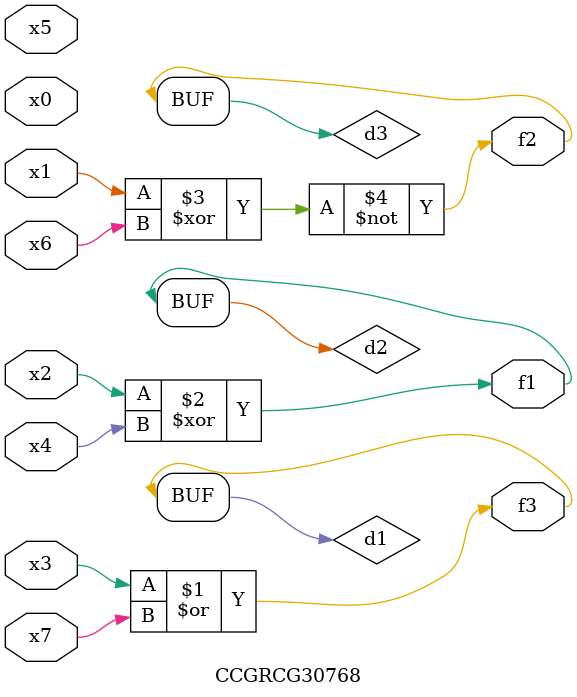
<source format=v>
module CCGRCG30768(
	input x0, x1, x2, x3, x4, x5, x6, x7,
	output f1, f2, f3
);

	wire d1, d2, d3;

	or (d1, x3, x7);
	xor (d2, x2, x4);
	xnor (d3, x1, x6);
	assign f1 = d2;
	assign f2 = d3;
	assign f3 = d1;
endmodule

</source>
